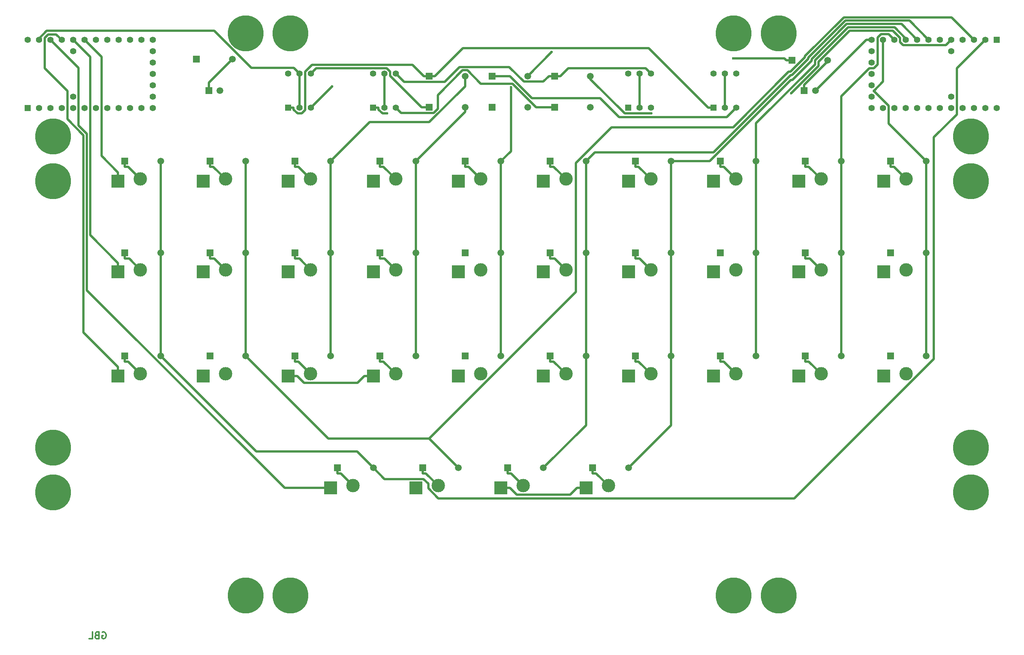
<source format=gbl>
G04 #@! TF.FileFunction,Copper,L2,Bot,Signal*
%FSLAX46Y46*%
G04 Gerber Fmt 4.6, Leading zero omitted, Abs format (unit mm)*
G04 Created by KiCad (PCBNEW 4.0.7) date 11/07/17 14:35:55*
%MOMM*%
%LPD*%
G01*
G04 APERTURE LIST*
%ADD10C,0.200000*%
%ADD11C,0.300000*%
%ADD12R,1.500000X1.500000*%
%ADD13C,1.500000*%
%ADD14R,3.000000X3.000000*%
%ADD15C,3.000000*%
%ADD16R,1.400000X1.400000*%
%ADD17C,1.400000*%
%ADD18C,8.000000*%
%ADD19C,0.600000*%
%ADD20C,0.500000*%
G04 APERTURE END LIST*
D10*
D11*
X127964286Y-201250000D02*
X128107143Y-201178571D01*
X128321429Y-201178571D01*
X128535714Y-201250000D01*
X128678572Y-201392857D01*
X128750000Y-201535714D01*
X128821429Y-201821429D01*
X128821429Y-202035714D01*
X128750000Y-202321429D01*
X128678572Y-202464286D01*
X128535714Y-202607143D01*
X128321429Y-202678571D01*
X128178572Y-202678571D01*
X127964286Y-202607143D01*
X127892857Y-202535714D01*
X127892857Y-202035714D01*
X128178572Y-202035714D01*
X126750000Y-201892857D02*
X126535714Y-201964286D01*
X126464286Y-202035714D01*
X126392857Y-202178571D01*
X126392857Y-202392857D01*
X126464286Y-202535714D01*
X126535714Y-202607143D01*
X126678572Y-202678571D01*
X127250000Y-202678571D01*
X127250000Y-201178571D01*
X126750000Y-201178571D01*
X126607143Y-201250000D01*
X126535714Y-201321429D01*
X126464286Y-201464286D01*
X126464286Y-201607143D01*
X126535714Y-201750000D01*
X126607143Y-201821429D01*
X126750000Y-201892857D01*
X127250000Y-201892857D01*
X125035714Y-202678571D02*
X125750000Y-202678571D01*
X125750000Y-201178571D01*
D12*
X133000000Y-96000000D03*
D13*
X141000000Y-96000000D03*
D12*
X152000000Y-96000000D03*
D13*
X160000000Y-96000000D03*
D12*
X171000000Y-96000000D03*
D13*
X179000000Y-96000000D03*
D12*
X190000000Y-96000000D03*
D13*
X198000000Y-96000000D03*
D12*
X209000000Y-96000000D03*
D13*
X217000000Y-96000000D03*
D12*
X228000000Y-96000000D03*
D13*
X236000000Y-96000000D03*
D12*
X247000000Y-96000000D03*
D13*
X255000000Y-96000000D03*
D12*
X266000000Y-96000000D03*
D13*
X274000000Y-96000000D03*
D12*
X285000000Y-96000000D03*
D13*
X293000000Y-96000000D03*
D12*
X304000000Y-96000000D03*
D13*
X312000000Y-96000000D03*
D12*
X133000000Y-116500000D03*
D13*
X141000000Y-116500000D03*
D12*
X152000000Y-116500000D03*
D13*
X160000000Y-116500000D03*
D12*
X171000000Y-116500000D03*
D13*
X179000000Y-116500000D03*
D12*
X190000000Y-116500000D03*
D13*
X198000000Y-116500000D03*
D12*
X209000000Y-116500000D03*
D13*
X217000000Y-116500000D03*
D12*
X228000000Y-116500000D03*
D13*
X236000000Y-116500000D03*
D12*
X247000000Y-116500000D03*
D13*
X255000000Y-116500000D03*
D12*
X266000000Y-116500000D03*
D13*
X274000000Y-116500000D03*
D12*
X285000000Y-116500000D03*
D13*
X293000000Y-116500000D03*
D12*
X304000000Y-116500000D03*
D13*
X312000000Y-116500000D03*
D12*
X133000000Y-139500000D03*
D13*
X141000000Y-139500000D03*
D12*
X152000000Y-139500000D03*
D13*
X160000000Y-139500000D03*
D12*
X171000000Y-139500000D03*
D13*
X179000000Y-139500000D03*
D12*
X190000000Y-139500000D03*
D13*
X198000000Y-139500000D03*
D12*
X209000000Y-139500000D03*
D13*
X217000000Y-139500000D03*
D12*
X228000000Y-139500000D03*
D13*
X236000000Y-139500000D03*
D12*
X247000000Y-139500000D03*
D13*
X255000000Y-139500000D03*
D12*
X266000000Y-139500000D03*
D13*
X274000000Y-139500000D03*
D12*
X285000000Y-139500000D03*
D13*
X293000000Y-139500000D03*
D12*
X304000000Y-139500000D03*
D13*
X312000000Y-139500000D03*
D12*
X180500000Y-164500000D03*
D13*
X188500000Y-164500000D03*
D12*
X199500000Y-164500000D03*
D13*
X207500000Y-164500000D03*
D12*
X201000000Y-77000000D03*
D13*
X209000000Y-77000000D03*
D12*
X201000000Y-84000000D03*
D13*
X209000000Y-84000000D03*
D12*
X215000000Y-77000000D03*
D13*
X223000000Y-77000000D03*
D12*
X218500000Y-164500000D03*
D13*
X226500000Y-164500000D03*
D12*
X237500000Y-164500000D03*
D13*
X245500000Y-164500000D03*
D12*
X215000000Y-84000000D03*
D13*
X223000000Y-84000000D03*
D12*
X229000000Y-77000000D03*
D13*
X237000000Y-77000000D03*
D12*
X229000000Y-84000000D03*
D13*
X237000000Y-84000000D03*
X154250000Y-80250000D03*
D12*
X151750000Y-80250000D03*
X149000000Y-73250000D03*
D13*
X157000000Y-73250000D03*
D14*
X131500000Y-100500000D03*
D15*
X136500000Y-100000000D03*
D14*
X150500000Y-100500000D03*
D15*
X155500000Y-100000000D03*
D14*
X169500000Y-100500000D03*
D15*
X174500000Y-100000000D03*
D14*
X188500000Y-100500000D03*
D15*
X193500000Y-100000000D03*
D14*
X207500000Y-100500000D03*
D15*
X212500000Y-100000000D03*
D14*
X226500000Y-100500000D03*
D15*
X231500000Y-100000000D03*
D14*
X245500000Y-100500000D03*
D15*
X250500000Y-100000000D03*
D14*
X264500000Y-100500000D03*
D15*
X269500000Y-100000000D03*
D14*
X283500000Y-100500000D03*
D15*
X288500000Y-100000000D03*
D14*
X302500000Y-100500000D03*
D15*
X307500000Y-100000000D03*
D14*
X131500000Y-120750000D03*
D15*
X136500000Y-120250000D03*
D14*
X150500000Y-120750000D03*
D15*
X155500000Y-120250000D03*
D14*
X169500000Y-120750000D03*
D15*
X174500000Y-120250000D03*
D14*
X188500000Y-120750000D03*
D15*
X193500000Y-120250000D03*
D14*
X207500000Y-120750000D03*
D15*
X212500000Y-120250000D03*
D14*
X226500000Y-120750000D03*
D15*
X231500000Y-120250000D03*
D14*
X245500000Y-120750000D03*
D15*
X250500000Y-120250000D03*
D14*
X264500000Y-120750000D03*
D15*
X269500000Y-120250000D03*
D14*
X283500000Y-120750000D03*
D15*
X288500000Y-120250000D03*
D14*
X302500000Y-120750000D03*
D15*
X307500000Y-120250000D03*
D14*
X131500000Y-144000000D03*
D15*
X136500000Y-143500000D03*
D14*
X150500000Y-144000000D03*
D15*
X155500000Y-143500000D03*
D14*
X169500000Y-144000000D03*
D15*
X174500000Y-143500000D03*
D14*
X188500000Y-144000000D03*
D15*
X193500000Y-143500000D03*
D14*
X207500000Y-144000000D03*
D15*
X212500000Y-143500000D03*
D14*
X226500000Y-144000000D03*
D15*
X231500000Y-143500000D03*
D14*
X245500000Y-144000000D03*
D15*
X250500000Y-143500000D03*
D14*
X264500000Y-144000000D03*
D15*
X269500000Y-143500000D03*
D14*
X283500000Y-144000000D03*
D15*
X288500000Y-143500000D03*
D14*
X302500000Y-144000000D03*
D15*
X307500000Y-143500000D03*
D14*
X179000000Y-169000000D03*
D15*
X184000000Y-168500000D03*
D14*
X198000000Y-169000000D03*
D15*
X203000000Y-168500000D03*
D14*
X217000000Y-169000000D03*
D15*
X222000000Y-168500000D03*
D14*
X236000000Y-169000000D03*
D15*
X241000000Y-168500000D03*
D16*
X264460000Y-84060000D03*
D17*
X267000000Y-84060000D03*
X269540000Y-84060000D03*
X269540000Y-76440000D03*
X267000000Y-76440000D03*
X264460000Y-76440000D03*
D16*
X245460000Y-84060000D03*
D17*
X248000000Y-84060000D03*
X250540000Y-84060000D03*
X250540000Y-76440000D03*
X248000000Y-76440000D03*
X245460000Y-76440000D03*
D16*
X169460000Y-84060000D03*
D17*
X172000000Y-84060000D03*
X174540000Y-84060000D03*
X174540000Y-76440000D03*
X172000000Y-76440000D03*
X169460000Y-76440000D03*
D16*
X188460000Y-84060000D03*
D17*
X191000000Y-84060000D03*
X193540000Y-84060000D03*
X193540000Y-76440000D03*
X191000000Y-76440000D03*
X188460000Y-76440000D03*
D13*
X287250000Y-80250000D03*
D12*
X284750000Y-80250000D03*
X282000000Y-73500000D03*
D13*
X290000000Y-73500000D03*
D18*
X160000000Y-67500000D03*
X170000000Y-67500000D03*
X269000000Y-67500000D03*
X279000000Y-67500000D03*
X322000000Y-90500000D03*
X322000000Y-100500000D03*
X322000000Y-160000000D03*
X322000000Y-170000000D03*
X279000000Y-193000000D03*
X269000000Y-193000000D03*
X170000000Y-193000000D03*
X160000000Y-193000000D03*
X117000000Y-170000000D03*
X117000000Y-160000000D03*
X117000000Y-100500000D03*
X117000000Y-90500000D03*
D16*
X111280000Y-84120000D03*
D17*
X113820000Y-84120000D03*
X116360000Y-84120000D03*
X118900000Y-84120000D03*
X121440000Y-84120000D03*
X123980000Y-84120000D03*
X126520000Y-84120000D03*
X129060000Y-84120000D03*
X131600000Y-84120000D03*
X134140000Y-84120000D03*
X136680000Y-84120000D03*
X139220000Y-84120000D03*
X139220000Y-81580000D03*
X139220000Y-79040000D03*
X139220000Y-76500000D03*
X139220000Y-73960000D03*
X139220000Y-71420000D03*
X131600000Y-68880000D03*
X134140000Y-68880000D03*
X139220000Y-68880000D03*
X136680000Y-68880000D03*
X129060000Y-68880000D03*
X126520000Y-68880000D03*
X123980000Y-68880000D03*
X121440000Y-68880000D03*
X118900000Y-68880000D03*
X116360000Y-68880000D03*
X113820000Y-68880000D03*
X111280000Y-68880000D03*
X121440000Y-81580000D03*
X121440000Y-71420000D03*
D16*
X327720000Y-68880000D03*
D17*
X325180000Y-68880000D03*
X322640000Y-68880000D03*
X320100000Y-68880000D03*
X317560000Y-68880000D03*
X315020000Y-68880000D03*
X312480000Y-68880000D03*
X309940000Y-68880000D03*
X307400000Y-68880000D03*
X304860000Y-68880000D03*
X302320000Y-68880000D03*
X299780000Y-68880000D03*
X299780000Y-71420000D03*
X299780000Y-73960000D03*
X299780000Y-76500000D03*
X299780000Y-79040000D03*
X299780000Y-81580000D03*
X307400000Y-84120000D03*
X304860000Y-84120000D03*
X299780000Y-84120000D03*
X302320000Y-84120000D03*
X309940000Y-84120000D03*
X312480000Y-84120000D03*
X315020000Y-84120000D03*
X317560000Y-84120000D03*
X320100000Y-84120000D03*
X322640000Y-84120000D03*
X325180000Y-84120000D03*
X327720000Y-84120000D03*
X317560000Y-71420000D03*
X317560000Y-81580000D03*
D19*
X281874200Y-80809600D03*
X219243900Y-79497700D03*
X228363500Y-71636500D03*
X250603600Y-85350500D03*
X300251400Y-80310000D03*
X179261500Y-79338500D03*
X191543600Y-85304500D03*
X268872800Y-73025700D03*
D20*
X133750300Y-97250300D02*
X133000000Y-97250300D01*
X136500000Y-100000000D02*
X133750300Y-97250300D01*
X133000000Y-96000000D02*
X133000000Y-97250300D01*
X141000000Y-96000000D02*
X141000000Y-116500000D01*
X141000000Y-116500000D02*
X141000000Y-139500000D01*
X162353700Y-160853700D02*
X141000000Y-139500000D01*
X184853700Y-160853700D02*
X162353700Y-160853700D01*
X188500000Y-164500000D02*
X184853700Y-160853700D01*
X318830000Y-75230000D02*
X325180000Y-68880000D01*
X318830000Y-85537800D02*
X318830000Y-75230000D01*
X313675200Y-90692600D02*
X318830000Y-85537800D01*
X313675200Y-140155000D02*
X313675200Y-90692600D01*
X282494100Y-171336100D02*
X313675200Y-140155000D01*
X203004100Y-171336100D02*
X282494100Y-171336100D01*
X200765400Y-169097400D02*
X203004100Y-171336100D01*
X200765400Y-168035000D02*
X200765400Y-169097400D01*
X199730000Y-166999600D02*
X200765400Y-168035000D01*
X190999600Y-166999600D02*
X199730000Y-166999600D01*
X188500000Y-164500000D02*
X190999600Y-166999600D01*
X152750300Y-97250300D02*
X152000000Y-97250300D01*
X155500000Y-100000000D02*
X152750300Y-97250300D01*
X152000000Y-96000000D02*
X152000000Y-97250300D01*
X160000000Y-116500000D02*
X160000000Y-139500000D01*
X160000000Y-116500000D02*
X160000000Y-96000000D01*
X207500000Y-164500000D02*
X200959000Y-157959000D01*
X178459000Y-157959000D02*
X160000000Y-139500000D01*
X200959000Y-157959000D02*
X178459000Y-157959000D01*
X233731800Y-125186200D02*
X200959000Y-157959000D01*
X233731800Y-96447400D02*
X233731800Y-125186200D01*
X241737300Y-88441900D02*
X233731800Y-96447400D01*
X268842300Y-88441900D02*
X241737300Y-88441900D01*
X281243500Y-76040700D02*
X268842300Y-88441900D01*
X281688300Y-76040700D02*
X281243500Y-76040700D01*
X284901700Y-72827300D02*
X281688300Y-76040700D01*
X284901700Y-72574500D02*
X284901700Y-72827300D01*
X293604400Y-63871800D02*
X284901700Y-72574500D01*
X317631800Y-63871800D02*
X293604400Y-63871800D01*
X322640000Y-68880000D02*
X317631800Y-63871800D01*
X171750300Y-97250300D02*
X171000000Y-97250300D01*
X174500000Y-100000000D02*
X171750300Y-97250300D01*
X171000000Y-96000000D02*
X171000000Y-97250300D01*
X179000000Y-116500000D02*
X179000000Y-139500000D01*
X179000000Y-96000000D02*
X179000000Y-116500000D01*
X209000000Y-79303500D02*
X209000000Y-77000000D01*
X201001900Y-87301600D02*
X209000000Y-79303500D01*
X187698400Y-87301600D02*
X201001900Y-87301600D01*
X179000000Y-96000000D02*
X187698400Y-87301600D01*
X190750300Y-97250300D02*
X190000000Y-97250300D01*
X193500000Y-100000000D02*
X190750300Y-97250300D01*
X190000000Y-96000000D02*
X190000000Y-97250300D01*
X198000000Y-139500000D02*
X198000000Y-116500000D01*
X198000000Y-116500000D02*
X198000000Y-96000000D01*
X209000000Y-85000000D02*
X209000000Y-84000000D01*
X198000000Y-96000000D02*
X209000000Y-85000000D01*
X287902900Y-74780900D02*
X281874200Y-80809600D01*
X287902900Y-73818100D02*
X287902900Y-74780900D01*
X294848000Y-66873000D02*
X287902900Y-73818100D01*
X304552000Y-66873000D02*
X294848000Y-66873000D01*
X306130000Y-68451000D02*
X304552000Y-66873000D01*
X306130000Y-69367600D02*
X306130000Y-68451000D01*
X306842800Y-70080400D02*
X306130000Y-69367600D01*
X316359600Y-70080400D02*
X306842800Y-70080400D01*
X317560000Y-68880000D02*
X316359600Y-70080400D01*
X209750300Y-97250300D02*
X209000000Y-97250300D01*
X212500000Y-100000000D02*
X209750300Y-97250300D01*
X209000000Y-96000000D02*
X209000000Y-97250300D01*
X217000000Y-139500000D02*
X217000000Y-116500000D01*
X217000000Y-116500000D02*
X217000000Y-96000000D01*
X219243900Y-93756100D02*
X219243900Y-79497700D01*
X217000000Y-96000000D02*
X219243900Y-93756100D01*
X223000000Y-77000000D02*
X228363500Y-71636500D01*
X228750300Y-97250300D02*
X228000000Y-97250300D01*
X231500000Y-100000000D02*
X228750300Y-97250300D01*
X228000000Y-96000000D02*
X228000000Y-97250300D01*
X236000000Y-155000000D02*
X236000000Y-139500000D01*
X226500000Y-164500000D02*
X236000000Y-155000000D01*
X236000000Y-139500000D02*
X236000000Y-116500000D01*
X236000000Y-96000000D02*
X236000000Y-116500000D01*
X237971800Y-94028200D02*
X236000000Y-96000000D01*
X264498300Y-94028200D02*
X237971800Y-94028200D01*
X281735500Y-76791000D02*
X264498300Y-94028200D01*
X281999200Y-76791000D02*
X281735500Y-76791000D01*
X285652000Y-73138200D02*
X281999200Y-76791000D01*
X285652000Y-72885400D02*
X285652000Y-73138200D01*
X293915300Y-64622100D02*
X285652000Y-72885400D01*
X308222100Y-64622100D02*
X293915300Y-64622100D01*
X312480000Y-68880000D02*
X308222100Y-64622100D01*
X247750300Y-97250300D02*
X247000000Y-97250300D01*
X250500000Y-100000000D02*
X247750300Y-97250300D01*
X247000000Y-96000000D02*
X247000000Y-97250300D01*
X255000000Y-116500000D02*
X255000000Y-96000000D01*
X263587700Y-96000000D02*
X255000000Y-96000000D01*
X281730600Y-77857100D02*
X263587700Y-96000000D01*
X282076100Y-77857100D02*
X281730600Y-77857100D01*
X286402300Y-73530900D02*
X282076100Y-77857100D01*
X286402300Y-73196300D02*
X286402300Y-73530900D01*
X294226200Y-65372400D02*
X286402300Y-73196300D01*
X306432400Y-65372400D02*
X294226200Y-65372400D01*
X309940000Y-68880000D02*
X306432400Y-65372400D01*
X255000000Y-116500000D02*
X255000000Y-139500000D01*
X255000000Y-155000000D02*
X245500000Y-164500000D01*
X255000000Y-139500000D02*
X255000000Y-155000000D01*
X266750300Y-97250300D02*
X266000000Y-97250300D01*
X269500000Y-100000000D02*
X266750300Y-97250300D01*
X266000000Y-96000000D02*
X266000000Y-97250300D01*
X274000000Y-139500000D02*
X274000000Y-116500000D01*
X274000000Y-116500000D02*
X274000000Y-96000000D01*
X274000000Y-87552000D02*
X274000000Y-96000000D01*
X287152600Y-74399400D02*
X274000000Y-87552000D01*
X287152600Y-73507200D02*
X287152600Y-74399400D01*
X294537100Y-66122700D02*
X287152600Y-73507200D01*
X304908000Y-66122700D02*
X294537100Y-66122700D01*
X307400000Y-68614700D02*
X304908000Y-66122700D01*
X307400000Y-68880000D02*
X307400000Y-68614700D01*
X285750300Y-97250300D02*
X285000000Y-97250300D01*
X288500000Y-100000000D02*
X285750300Y-97250300D01*
X285000000Y-96000000D02*
X285000000Y-97250300D01*
X293000000Y-116500000D02*
X293000000Y-139500000D01*
X293000000Y-81534200D02*
X293000000Y-96000000D01*
X299304200Y-75230000D02*
X293000000Y-81534200D01*
X300256900Y-75230000D02*
X299304200Y-75230000D01*
X301101300Y-74385600D02*
X300256900Y-75230000D01*
X301101300Y-68400900D02*
X301101300Y-74385600D01*
X301869300Y-67632900D02*
X301101300Y-68400900D01*
X303612900Y-67632900D02*
X301869300Y-67632900D01*
X304860000Y-68880000D02*
X303612900Y-67632900D01*
X293000000Y-96000000D02*
X293000000Y-116500000D01*
X244628400Y-85350500D02*
X250603600Y-85350500D01*
X237000000Y-77722100D02*
X244628400Y-85350500D01*
X237000000Y-77000000D02*
X237000000Y-77722100D01*
X304750300Y-97250300D02*
X304000000Y-97250300D01*
X307500000Y-100000000D02*
X304750300Y-97250300D01*
X304000000Y-96000000D02*
X304000000Y-97250300D01*
X302320000Y-78241400D02*
X302320000Y-68880000D01*
X300251400Y-80310000D02*
X302320000Y-78241400D01*
X303590000Y-87590000D02*
X312000000Y-96000000D01*
X303590000Y-83648600D02*
X303590000Y-87590000D01*
X300251400Y-80310000D02*
X303590000Y-83648600D01*
X312000000Y-96000000D02*
X312000000Y-116500000D01*
X312000000Y-116500000D02*
X312000000Y-139500000D01*
X134000300Y-117750300D02*
X133000000Y-117750300D01*
X136500000Y-120250000D02*
X134000300Y-117750300D01*
X133000000Y-116500000D02*
X133000000Y-117750300D01*
X153000300Y-117750300D02*
X152000000Y-117750300D01*
X155500000Y-120250000D02*
X153000300Y-117750300D01*
X152000000Y-116500000D02*
X152000000Y-117750300D01*
X172000300Y-117750300D02*
X171000000Y-117750300D01*
X174500000Y-120250000D02*
X172000300Y-117750300D01*
X171000000Y-116500000D02*
X171000000Y-117750300D01*
X191000300Y-117750300D02*
X190000000Y-117750300D01*
X193500000Y-120250000D02*
X191000300Y-117750300D01*
X190000000Y-116500000D02*
X190000000Y-117750300D01*
X229000300Y-117750300D02*
X228000000Y-117750300D01*
X231500000Y-120250000D02*
X229000300Y-117750300D01*
X228000000Y-116500000D02*
X228000000Y-117750300D01*
X248000300Y-117750300D02*
X247000000Y-117750300D01*
X250500000Y-120250000D02*
X248000300Y-117750300D01*
X247000000Y-116500000D02*
X247000000Y-117750300D01*
X286000300Y-117750300D02*
X285000000Y-117750300D01*
X288500000Y-120250000D02*
X286000300Y-117750300D01*
X285000000Y-116500000D02*
X285000000Y-117750300D01*
X133750300Y-140750300D02*
X133000000Y-140750300D01*
X136500000Y-143500000D02*
X133750300Y-140750300D01*
X133000000Y-139500000D02*
X133000000Y-140750300D01*
X171750300Y-140750300D02*
X171000000Y-140750300D01*
X174500000Y-143500000D02*
X171750300Y-140750300D01*
X171000000Y-139500000D02*
X171000000Y-140750300D01*
X190750300Y-140750300D02*
X190000000Y-140750300D01*
X193500000Y-143500000D02*
X190750300Y-140750300D01*
X190000000Y-139500000D02*
X190000000Y-140750300D01*
X228750300Y-140750300D02*
X228000000Y-140750300D01*
X231500000Y-143500000D02*
X228750300Y-140750300D01*
X228000000Y-139500000D02*
X228000000Y-140750300D01*
X247750300Y-140750300D02*
X247000000Y-140750300D01*
X250500000Y-143500000D02*
X247750300Y-140750300D01*
X247000000Y-139500000D02*
X247000000Y-140750300D01*
X266750300Y-140750300D02*
X266000000Y-140750300D01*
X269500000Y-143500000D02*
X266750300Y-140750300D01*
X266000000Y-139500000D02*
X266000000Y-140750300D01*
X285750300Y-140750300D02*
X285000000Y-140750300D01*
X288500000Y-143500000D02*
X285750300Y-140750300D01*
X285000000Y-139500000D02*
X285000000Y-140750300D01*
X181250300Y-165750300D02*
X180500000Y-165750300D01*
X184000000Y-168500000D02*
X181250300Y-165750300D01*
X180500000Y-164500000D02*
X180500000Y-165750300D01*
X200250300Y-165750300D02*
X199500000Y-165750300D01*
X203000000Y-168500000D02*
X200250300Y-165750300D01*
X199500000Y-164500000D02*
X199500000Y-165750300D01*
X201000000Y-77000000D02*
X202250300Y-77000000D01*
X264460000Y-84060000D02*
X263259700Y-84060000D01*
X208472500Y-70777800D02*
X202250300Y-77000000D01*
X249977500Y-70777800D02*
X208472500Y-70777800D01*
X263259700Y-84060000D02*
X249977500Y-70777800D01*
X197214600Y-74464900D02*
X199749700Y-77000000D01*
X174814200Y-74464900D02*
X197214600Y-74464900D01*
X173270000Y-76009100D02*
X174814200Y-74464900D01*
X173270000Y-84586700D02*
X173270000Y-76009100D01*
X172517600Y-85339100D02*
X173270000Y-84586700D01*
X171564300Y-85339100D02*
X172517600Y-85339100D01*
X170660300Y-84435100D02*
X171564300Y-85339100D01*
X170660300Y-84060000D02*
X170660300Y-84435100D01*
X169460000Y-84060000D02*
X170660300Y-84060000D01*
X201000000Y-77000000D02*
X199749700Y-77000000D01*
X199313600Y-84000000D02*
X201000000Y-84000000D01*
X192270000Y-76956400D02*
X199313600Y-84000000D01*
X192270000Y-75983800D02*
X192270000Y-76956400D01*
X191513600Y-75227400D02*
X192270000Y-75983800D01*
X175752600Y-75227400D02*
X191513600Y-75227400D01*
X174540000Y-76440000D02*
X175752600Y-75227400D01*
X174540000Y-84060000D02*
X179261500Y-79338500D01*
X267444800Y-86155200D02*
X269540000Y-84060000D01*
X243399900Y-86155200D02*
X267444800Y-86155200D01*
X239176000Y-81931300D02*
X243399900Y-86155200D01*
X223946600Y-81931300D02*
X239176000Y-81931300D01*
X219015300Y-77000000D02*
X223946600Y-81931300D01*
X215000000Y-77000000D02*
X219015300Y-77000000D01*
X219250300Y-165750300D02*
X218500000Y-165750300D01*
X222000000Y-168500000D02*
X219250300Y-165750300D01*
X218500000Y-164500000D02*
X218500000Y-165750300D01*
X238250300Y-165750300D02*
X237500000Y-165750300D01*
X241000000Y-168500000D02*
X238250300Y-165750300D01*
X237500000Y-164500000D02*
X237500000Y-165750300D01*
X190529700Y-85304500D02*
X191543600Y-85304500D01*
X189660300Y-84435100D02*
X190529700Y-85304500D01*
X189660300Y-84060000D02*
X189660300Y-84435100D01*
X188460000Y-84060000D02*
X189660300Y-84060000D01*
X232020800Y-75229500D02*
X230250300Y-77000000D01*
X249329500Y-75229500D02*
X232020800Y-75229500D01*
X250540000Y-76440000D02*
X249329500Y-75229500D01*
X229000000Y-77000000D02*
X230250300Y-77000000D01*
X229000000Y-77000000D02*
X227749700Y-77000000D01*
X195366000Y-78266000D02*
X193540000Y-76440000D01*
X204453800Y-78266000D02*
X195366000Y-78266000D01*
X207762500Y-74957300D02*
X204453800Y-78266000D01*
X218860200Y-74957300D02*
X207762500Y-74957300D01*
X222153200Y-78250300D02*
X218860200Y-74957300D01*
X226499400Y-78250300D02*
X222153200Y-78250300D01*
X227749700Y-77000000D02*
X226499400Y-78250300D01*
X194735400Y-85255400D02*
X193540000Y-84060000D01*
X201986900Y-85255400D02*
X194735400Y-85255400D01*
X202911600Y-84330700D02*
X201986900Y-85255400D01*
X202911600Y-81259400D02*
X202911600Y-84330700D01*
X208463400Y-75707600D02*
X202911600Y-81259400D01*
X209488600Y-75707600D02*
X208463400Y-75707600D01*
X212478400Y-78697400D02*
X209488600Y-75707600D01*
X219575500Y-78697400D02*
X212478400Y-78697400D01*
X224878100Y-84000000D02*
X219575500Y-78697400D01*
X229000000Y-84000000D02*
X224878100Y-84000000D01*
X298620000Y-68880000D02*
X287250000Y-80250000D01*
X299780000Y-68880000D02*
X298620000Y-68880000D01*
X151750000Y-78500000D02*
X151750000Y-80250000D01*
X157000000Y-73250000D02*
X151750000Y-78500000D01*
X282000000Y-73500000D02*
X280749700Y-73500000D01*
X280275400Y-73025700D02*
X280749700Y-73500000D01*
X268872800Y-73025700D02*
X280275400Y-73025700D01*
X127790000Y-94789700D02*
X131500000Y-98499700D01*
X127790000Y-72690000D02*
X127790000Y-94789700D01*
X123980000Y-68880000D02*
X127790000Y-72690000D01*
X131500000Y-100500000D02*
X131500000Y-98499700D01*
X125292300Y-112542000D02*
X131500000Y-118749700D01*
X125292300Y-72732300D02*
X125292300Y-112542000D01*
X121440000Y-68880000D02*
X125292300Y-72732300D01*
X131500000Y-120750000D02*
X131500000Y-118749700D01*
X131500000Y-144000000D02*
X131500000Y-141999700D01*
X123791600Y-134291300D02*
X131500000Y-141999700D01*
X123791600Y-90220600D02*
X123791600Y-134291300D01*
X120170000Y-86599000D02*
X123791600Y-90220600D01*
X120170000Y-80290200D02*
X120170000Y-86599000D01*
X115090000Y-75210200D02*
X120170000Y-80290200D01*
X115090000Y-68441600D02*
X115090000Y-75210200D01*
X115853600Y-67678000D02*
X115090000Y-68441600D01*
X117698000Y-67678000D02*
X115853600Y-67678000D01*
X118900000Y-68880000D02*
X117698000Y-67678000D01*
X184984200Y-145515500D02*
X186499700Y-144000000D01*
X173015800Y-145515500D02*
X184984200Y-145515500D01*
X171500300Y-144000000D02*
X173015800Y-145515500D01*
X169500000Y-144000000D02*
X171500300Y-144000000D01*
X188500000Y-144000000D02*
X186499700Y-144000000D01*
X168681600Y-169000000D02*
X179000000Y-169000000D01*
X124541900Y-124860300D02*
X168681600Y-169000000D01*
X124541900Y-89909700D02*
X124541900Y-124860300D01*
X122675000Y-88042800D02*
X124541900Y-89909700D01*
X122675000Y-75195000D02*
X122675000Y-88042800D01*
X116360000Y-68880000D02*
X122675000Y-75195000D01*
X232468200Y-170531500D02*
X233999700Y-169000000D01*
X220531800Y-170531500D02*
X232468200Y-170531500D01*
X219000300Y-169000000D02*
X220531800Y-170531500D01*
X217000000Y-169000000D02*
X219000300Y-169000000D01*
X236000000Y-169000000D02*
X233999700Y-169000000D01*
X172000000Y-76440000D02*
X172000000Y-84060000D01*
X248000000Y-76440000D02*
X248000000Y-84060000D01*
X267000000Y-76440000D02*
X267000000Y-84060000D01*
X170761200Y-75201200D02*
X172000000Y-76440000D01*
X161247400Y-75201200D02*
X170761200Y-75201200D01*
X152931800Y-66885600D02*
X161247400Y-75201200D01*
X115584800Y-66885600D02*
X152931800Y-66885600D01*
X113820000Y-68650400D02*
X115584800Y-66885600D01*
X113820000Y-68880000D02*
X113820000Y-68650400D01*
X191000000Y-76440000D02*
X191000000Y-84060000D01*
X290000000Y-73749700D02*
X284750000Y-78999700D01*
X290000000Y-73500000D02*
X290000000Y-73749700D01*
X284750000Y-80250000D02*
X284750000Y-78999700D01*
M02*

</source>
